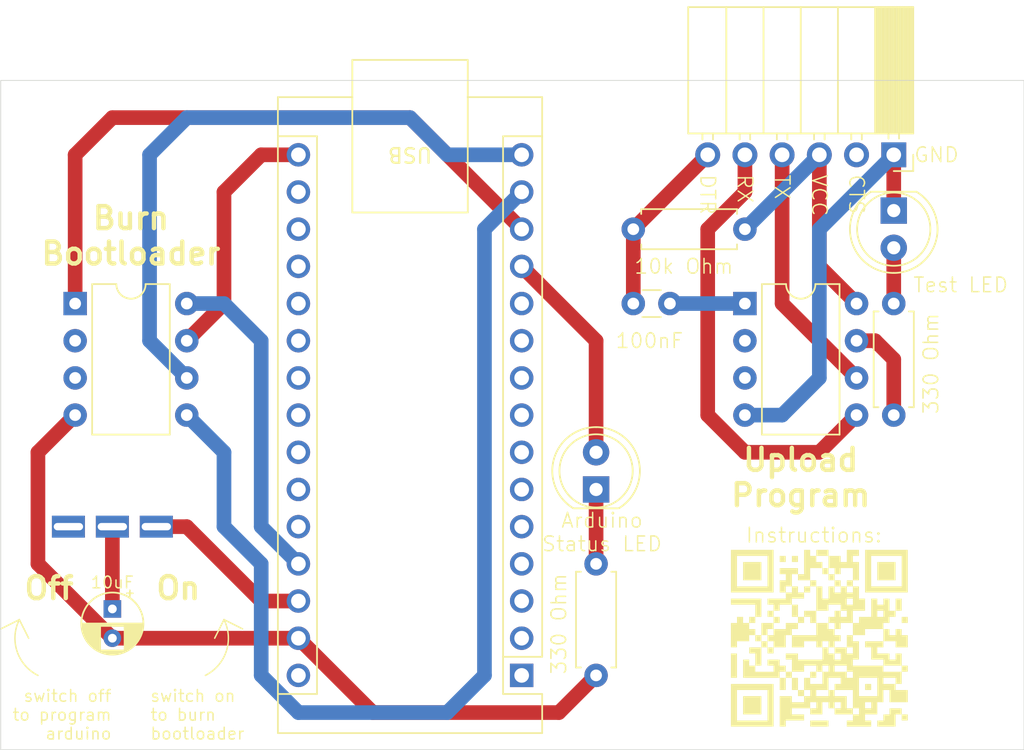
<source format=kicad_pcb>
(kicad_pcb (version 20240108) (generator "pcbnew") (generator_version "8.0")
  (layers (0 "F.Cu" signal) (31 "B.Cu" signal) (34 "B.Paste" user) (35 "F.Paste" user) (36 "B.SilkS" user "B.Silkscreen") (37 "F.SilkS" user "F.Silkscreen") (38 "B.Mask" user) (39 "F.Mask" user) (44 "Edge.Cuts" user))
  (net 0 "")
  (footprint "Package_DIP:DIP-8_W7.62mm" (layer "F.Cu") (at 121.92 93.98)
    (property "Reference" "REF**" (hide yes))
    (property "Value" "Bootloader" (hide yes))
    (pad "1" thru_hole rect (at 0 0) (size 1.6 1.6) (drill 0.8) (layers "*.Cu" "*.Mask"))
    (pad "2" thru_hole oval (at 0 2.54) (size 1.6 1.6) (drill 0.8) (layers "*.Cu" "*.Mask"))
    (pad "3" thru_hole oval (at 0 5.08) (size 1.6 1.6) (drill 0.8) (layers "*.Cu" "*.Mask"))
    (pad "4" thru_hole oval (at 0 7.62) (size 1.6 1.6) (drill 0.8) (layers "*.Cu" "*.Mask"))
    (pad "5" thru_hole oval (at 7.62 7.62) (size 1.6 1.6) (drill 0.8) (layers "*.Cu" "*.Mask"))
    (pad "6" thru_hole oval (at 7.62 5.08) (size 1.6 1.6) (drill 0.8) (layers "*.Cu" "*.Mask"))
    (pad "7" thru_hole oval (at 7.62 2.54) (size 1.6 1.6) (drill 0.8) (layers "*.Cu" "*.Mask"))
    (pad "8" thru_hole oval (at 7.62 0) (size 1.6 1.6) (drill 0.8) (layers "*.Cu" "*.Mask"))
  )
  (footprint "Capacitor_THT:CP_Radial_D4.0mm_P2.00mm" (layer "F.Cu") (at 124.46 114.84 -90)
    (property "Reference" "REF**" (hide yes))
    (property "Value" "CP_Radial_D4.0mm_P2.00mm" (hide yes))
    (pad "1" thru_hole rect (at 0 0 270) (size 1.2 1.2) (drill 0.6) (layers "*.Cu" "*.Mask"))
    (pad "2" thru_hole circle (at 2 0 270) (size 1.2 1.2) (drill 0.6) (layers "*.Cu" "*.Mask"))
  )
  (footprint "Package_DIP:DIP-8_W7.62mm" (layer "F.Cu") (at 167.64 93.98)
    (property "Reference" "REF**" (hide yes))
    (property "Value" "Uploading" (hide yes))
    (pad "1" thru_hole rect (at 0 0) (size 1.6 1.6) (drill 0.8) (layers "*.Cu" "*.Mask"))
    (pad "2" thru_hole oval (at 0 2.54) (size 1.6 1.6) (drill 0.8) (layers "*.Cu" "*.Mask"))
    (pad "3" thru_hole oval (at 0 5.08) (size 1.6 1.6) (drill 0.8) (layers "*.Cu" "*.Mask"))
    (pad "4" thru_hole oval (at 0 7.62) (size 1.6 1.6) (drill 0.8) (layers "*.Cu" "*.Mask"))
    (pad "5" thru_hole oval (at 7.62 7.62) (size 1.6 1.6) (drill 0.8) (layers "*.Cu" "*.Mask"))
    (pad "6" thru_hole oval (at 7.62 5.08) (size 1.6 1.6) (drill 0.8) (layers "*.Cu" "*.Mask"))
    (pad "7" thru_hole oval (at 7.62 2.54) (size 1.6 1.6) (drill 0.8) (layers "*.Cu" "*.Mask"))
    (pad "8" thru_hole oval (at 7.62 0) (size 1.6 1.6) (drill 0.8) (layers "*.Cu" "*.Mask"))
  )
  (footprint "Resistor_THT:R_Axial_DIN0207_L6.3mm_D2.5mm_P7.62mm_Horizontal" (layer "F.Cu") (at 157.48 119.38 90)
    (property "Reference" "REF**" (hide yes))
    (property "Value" "R_Axial_DIN0207_L6.3mm_D2.5mm_P7.62mm_Horizontal" (hide yes))
    (pad "1" thru_hole circle (at 0 0 90) (size 1.6 1.6) (drill 0.8) (layers "*.Cu" "*.Mask"))
    (pad "2" thru_hole oval (at 7.62 0 90) (size 1.6 1.6) (drill 0.8) (layers "*.Cu" "*.Mask"))
  )
  (footprint "LED_THT:LED_D5.0mm" (layer "F.Cu") (at 177.8 87.63 -90)
    (property "Reference" "REF**" (hide yes))
    (property "Value" "LED_D5.0mm" (hide yes))
    (pad "1" thru_hole rect (at 0 0 270) (size 1.8 1.8) (drill 0.9) (layers "*.Cu" "*.Mask"))
    (pad "2" thru_hole circle (at 2.54 0 270) (size 1.8 1.8) (drill 0.9) (layers "*.Cu" "*.Mask"))
  )
  (footprint "Resistor_THT:R_Axial_DIN0207_L6.3mm_D2.5mm_P7.62mm_Horizontal" (layer "F.Cu") (at 177.8 93.98 -90)
    (property "Reference" "REF**" (hide yes))
    (property "Value" "R_Axial_DIN0207_L6.3mm_D2.5mm_P7.62mm_Horizontal" (hide yes))
    (pad "1" thru_hole circle (at 0 0 270) (size 1.6 1.6) (drill 0.8) (layers "*.Cu" "*.Mask"))
    (pad "2" thru_hole oval (at 7.62 0 270) (size 1.6 1.6) (drill 0.8) (layers "*.Cu" "*.Mask"))
  )
  (footprint "Module:Arduino_Nano" (layer "F.Cu") (at 152.4 119.38 180)
    (property "Reference" "REF**" (hide yes))
    (property "Value" "Arduino_Nano" (hide yes))
    (fp_text user "USB" (at 7.62 35.56 180) (layer "F.SilkS"))
    (pad "1" thru_hole rect (at 0 0 180) (size 1.6 1.6) (drill 1) (layers "*.Cu" "*.Mask"))
    (pad "2" thru_hole oval (at 0 2.54 180) (size 1.6 1.6) (drill 1) (layers "*.Cu" "*.Mask"))
    (pad "3" thru_hole oval (at 0 5.08 180) (size 1.6 1.6) (drill 1) (layers "*.Cu" "*.Mask"))
    (pad "4" thru_hole oval (at 0 7.62 180) (size 1.6 1.6) (drill 1) (layers "*.Cu" "*.Mask"))
    (pad "5" thru_hole oval (at 0 10.16 180) (size 1.6 1.6) (drill 1) (layers "*.Cu" "*.Mask"))
    (pad "6" thru_hole oval (at 0 12.7 180) (size 1.6 1.6) (drill 1) (layers "*.Cu" "*.Mask"))
    (pad "7" thru_hole oval (at 0 15.24 180) (size 1.6 1.6) (drill 1) (layers "*.Cu" "*.Mask"))
    (pad "8" thru_hole oval (at 0 17.78 180) (size 1.6 1.6) (drill 1) (layers "*.Cu" "*.Mask"))
    (pad "9" thru_hole oval (at 0 20.32 180) (size 1.6 1.6) (drill 1) (layers "*.Cu" "*.Mask"))
    (pad "10" thru_hole oval (at 0 22.86 180) (size 1.6 1.6) (drill 1) (layers "*.Cu" "*.Mask"))
    (pad "11" thru_hole oval (at 0 25.4 180) (size 1.6 1.6) (drill 1) (layers "*.Cu" "*.Mask"))
    (pad "12" thru_hole oval (at 0 27.94 180) (size 1.6 1.6) (drill 1) (layers "*.Cu" "*.Mask"))
    (pad "13" thru_hole oval (at 0 30.48 180) (size 1.6 1.6) (drill 1) (layers "*.Cu" "*.Mask"))
    (pad "14" thru_hole oval (at 0 33.02 180) (size 1.6 1.6) (drill 1) (layers "*.Cu" "*.Mask"))
    (pad "15" thru_hole oval (at 0 35.56 180) (size 1.6 1.6) (drill 1) (layers "*.Cu" "*.Mask"))
    (pad "16" thru_hole oval (at 15.24 35.56 180) (size 1.6 1.6) (drill 1) (layers "*.Cu" "*.Mask"))
    (pad "17" thru_hole oval (at 15.24 33.02 180) (size 1.6 1.6) (drill 1) (layers "*.Cu" "*.Mask"))
    (pad "18" thru_hole oval (at 15.24 30.48 180) (size 1.6 1.6) (drill 1) (layers "*.Cu" "*.Mask"))
    (pad "19" thru_hole oval (at 15.24 27.94 180) (size 1.6 1.6) (drill 1) (layers "*.Cu" "*.Mask"))
    (pad "20" thru_hole oval (at 15.24 25.4 180) (size 1.6 1.6) (drill 1) (layers "*.Cu" "*.Mask"))
    (pad "21" thru_hole oval (at 15.24 22.86 180) (size 1.6 1.6) (drill 1) (layers "*.Cu" "*.Mask"))
    (pad "22" thru_hole oval (at 15.24 20.32 180) (size 1.6 1.6) (drill 1) (layers "*.Cu" "*.Mask"))
    (pad "23" thru_hole oval (at 15.24 17.78 180) (size 1.6 1.6) (drill 1) (layers "*.Cu" "*.Mask"))
    (pad "24" thru_hole oval (at 15.24 15.24 180) (size 1.6 1.6) (drill 1) (layers "*.Cu" "*.Mask"))
    (pad "25" thru_hole oval (at 15.24 12.7 180) (size 1.6 1.6) (drill 1) (layers "*.Cu" "*.Mask"))
    (pad "26" thru_hole oval (at 15.24 10.16 180) (size 1.6 1.6) (drill 1) (layers "*.Cu" "*.Mask"))
    (pad "27" thru_hole oval (at 15.24 7.62 180) (size 1.6 1.6) (drill 1) (layers "*.Cu" "*.Mask"))
    (pad "28" thru_hole oval (at 15.24 5.08 180) (size 1.6 1.6) (drill 1) (layers "*.Cu" "*.Mask"))
    (pad "29" thru_hole oval (at 15.24 2.54 180) (size 1.6 1.6) (drill 1) (layers "*.Cu" "*.Mask"))
    (pad "30" thru_hole oval (at 15.24 0 180) (size 1.6 1.6) (drill 1) (layers "*.Cu" "*.Mask"))
  )
  (footprint "moojor224:qr code" (layer "F.Cu") (at 172.72 116.84)
    (property "Reference" "G***" (hide yes))
    (property "Value" "LOGO" (hide yes))
  )
  (footprint "Connector_PinSocket_2.54mm:PinSocket_1x06_P2.54mm_Horizontal" (layer "F.Cu") (at 177.8 83.82 -90)
    (property "Reference" "REF**" (hide yes))
    (property "Value" "PinSocket_1x06_P2.54mm_Horizontal" (hide yes))
    (pad "1" thru_hole rect (at 0 0 270) (size 1.7 1.7) (drill 1) (layers "*.Cu" "*.Mask"))
    (pad "2" thru_hole oval (at 0 2.54 270) (size 1.7 1.7) (drill 1) (layers "*.Cu" "*.Mask"))
    (pad "3" thru_hole oval (at 0 5.08 270) (size 1.7 1.7) (drill 1) (layers "*.Cu" "*.Mask"))
    (pad "4" thru_hole oval (at 0 7.62 270) (size 1.7 1.7) (drill 1) (layers "*.Cu" "*.Mask"))
    (pad "5" thru_hole oval (at 0 10.16 270) (size 1.7 1.7) (drill 1) (layers "*.Cu" "*.Mask"))
    (pad "6" thru_hole oval (at 0 12.7 270) (size 1.7 1.7) (drill 1) (layers "*.Cu" "*.Mask"))
  )
  (footprint "moojor224:switch" (layer "F.Cu") (at 124.46 109.22)
    (property "Reference" "REF**" (hide yes))
    (property "Value" "switch" (hide yes))
    (pad "1" thru_hole rect (at -3 0) (size 2.25 1.5) (drill oval 2 0.5) (layers "*.Cu" "*.Mask"))
    (pad "2" thru_hole rect (at 0 0) (size 2.25 1.5) (drill oval 2 0.5) (layers "*.Cu" "*.Mask"))
    (pad "3" thru_hole rect (at 3 0) (size 2.25 1.5) (drill oval 2 0.5) (layers "*.Cu" "*.Mask"))
  )
  (footprint "Resistor_THT:R_Axial_DIN0207_L6.3mm_D2.5mm_P7.62mm_Horizontal" (layer "F.Cu") (at 167.64 88.9 180)
    (property "Reference" "REF**" (hide yes))
    (property "Value" "R_Axial_DIN0207_L6.3mm_D2.5mm_P7.62mm_Horizontal" (hide yes))
    (pad "1" thru_hole circle (at 0 0 180) (size 1.6 1.6) (drill 0.8) (layers "*.Cu" "*.Mask"))
    (pad "2" thru_hole oval (at 7.62 0 180) (size 1.6 1.6) (drill 0.8) (layers "*.Cu" "*.Mask"))
  )
  (footprint "LED_THT:LED_D5.0mm" (layer "F.Cu") (at 157.48 106.68 90)
    (property "Reference" "REF**" (hide yes))
    (property "Value" "LED_D5.0mm" (hide yes))
    (pad "1" thru_hole rect (at 0 0 90) (size 1.8 1.8) (drill 0.9) (layers "*.Cu" "*.Mask"))
    (pad "2" thru_hole circle (at 2.54 0 90) (size 1.8 1.8) (drill 0.9) (layers "*.Cu" "*.Mask"))
  )
  (footprint "Capacitor_THT:C_Disc_D3.0mm_W1.6mm_P2.50mm" (layer "F.Cu") (at 160.02 93.98)
    (property "Reference" "REF**" (hide yes))
    (property "Value" "C_Disc_D3.0mm_W1.6mm_P2.50mm" (hide yes))
    (pad "1" thru_hole circle (at 0 0) (size 1.6 1.6) (drill 0.8) (layers "*.Cu" "*.Mask"))
    (pad "2" thru_hole circle (at 2.5 0) (size 1.6 1.6) (drill 0.8) (layers "*.Cu" "*.Mask"))
  )
  (gr_line (start 118.11 115.57) (end 118.745 116.84) (stroke (width 0.1)) (layer "F.SilkS"))
  (gr_line (start 118.11 115.57) (end 116.84 116.205) (stroke (width 0.1)) (layer "F.SilkS"))
  (gr_arc (start 132.08 115.57) (mid 132.234077 117.738026) (end 130.81 119.38) (stroke (width 0.1)) (layer "F.SilkS"))
  (gr_line (start 132.08 115.57) (end 131.445 116.84) (stroke (width 0.1)) (layer "F.SilkS"))
  (gr_line (start 132.08 115.57) (end 133.35 116.205) (stroke (width 0.1)) (layer "F.SilkS"))
  (gr_arc (start 119.38 119.38) (mid 117.955923 117.738026) (end 118.11 115.57) (stroke (width 0.1)) (layer "F.SilkS"))
  (gr_rect (start 116.84 78.74) (end 186.69 124.46) (stroke (width 0.05)) (fill none) (layer "Edge.Cuts"))
  (gr_text "Arduino\nStatus LED" (at 157.886909 109.594379 0) (layer "F.SilkS") (effects (font (size 1 1) (thickness 0.1))))
  (gr_text "TX" (at 170.18 85.09 270) (layer "F.SilkS") (effects (font (size 1 1) (thickness 0.1)) (justify left)))
  (gr_text "RX" (at 167.64 85.09 270) (layer "F.SilkS") (effects (font (size 1 1) (thickness 0.1)) (justify left)))
  (gr_text "330 Ohm" (at 154.94 119.38 90) (layer "F.SilkS") (effects (font (size 1 1) (thickness 0.1)) (justify left)))
  (gr_text "10uF" (at 124.46 113.03 0) (layer "F.SilkS") (effects (font (size 0.8 0.8) (thickness 0.1))))
  (gr_text "Instructions:" (at 167.64 109.22 0) (layer "F.SilkS") (effects (font (size 1 1) (thickness 0.1)) (justify left top)))
  (gr_text "Burn\nBootloader" (at 125.73 91.44 0) (layer "F.SilkS") (effects (font (size 1.5 1.5) (thickness 0.3) (bold yes)) (justify bottom)))
  (gr_text "10k Ohm" (at 160.02 91.44 0) (layer "F.SilkS") (effects (font (size 1 1) (thickness 0.1)) (justify left)))
  (gr_text "Test LED" (at 179.07 92.71 0) (layer "F.SilkS") (effects (font (size 1 1) (thickness 0.1)) (justify left)))
  (gr_text "100nF" (at 158.75 96.52 0) (layer "F.SilkS") (effects (font (size 1 1) (thickness 0.1)) (justify left)))
  (gr_text "switch on\nto burn\nbootloader" (at 127 123.825 0) (layer "F.SilkS") (effects (font (size 0.8 0.8) (thickness 0.1)) (justify left bottom)))
  (gr_text "DTR" (at 165.1 85.09 270) (layer "F.SilkS") (effects (font (size 1 1) (thickness 0.1)) (justify left)))
  (gr_text "330 Ohm" (at 180.34 101.6 90) (layer "F.SilkS") (effects (font (size 1 1) (thickness 0.1)) (justify left)))
  (gr_text "GND" (at 179.13 83.82 0) (layer "F.SilkS") (effects (font (size 1 1) (thickness 0.1)) (justify left)))
  (gr_text "Upload\nProgram" (at 171.45 107.95 0) (layer "F.SilkS") (effects (font (size 1.5 1.5) (thickness 0.3) (bold yes)) (justify bottom)))
  (gr_text "VCC" (at 172.72 85.09 270) (layer "F.SilkS") (effects (font (size 1 1) (thickness 0.1)) (justify left)))
  (gr_text "CTS" (at 175.26 85.09 270) (layer "F.SilkS") (effects (font (size 1 1) (thickness 0.1)) (justify left)))
  (gr_text "Off     On" (at 124.46 114.3 0) (layer "F.SilkS") (effects (font (size 1.5 1.5) (thickness 0.3) (bold yes)) (justify bottom)))
  (gr_text "switch off\nto program\narduino" (at 124.46 123.825 0) (layer "F.SilkS") (effects (font (size 0.8 0.8) (thickness 0.1)) (justify right bottom)))
  (segment (start 175.26 93.98) (end 172.72 91.44) (width 1) (layer "F.Cu") (net 0))
  (segment (start 154.94 121.92) (end 142.24 121.92) (width 1) (layer "F.Cu") (net 0))
  (segment (start 160.02 88.9) (end 165.1 83.82) (width 1) (layer "F.Cu") (net 0))
  (segment (start 172.72 104.14) (end 167.64 104.14) (width 1) (layer "F.Cu") (net 0))
  (segment (start 177.8 101.6) (end 177.8 97.79) (width 1) (layer "F.Cu") (net 0))
  (segment (start 157.48 111.76) (end 157.48 106.68) (width 1) (layer "F.Cu") (net 0))
  (segment (start 137.16 114.3) (end 134.62 114.3) (width 1) (layer "F.Cu") (net 0))
  (segment (start 119.38 104.14) (end 121.92 101.6) (width 1) (layer "F.Cu") (net 0))
  (segment (start 134.62 83.82) (end 137.16 83.82) (width 1) (layer "F.Cu") (net 0))
  (segment (start 160.02 88.9) (end 160.02 93.98) (width 1) (layer "F.Cu") (net 0))
  (segment (start 167.64 104.14) (end 165.1 101.6) (width 1) (layer "F.Cu") (net 0))
  (segment (start 132.08 93.98) (end 132.08 86.36) (width 1) (layer "F.Cu") (net 0))
  (segment (start 165.1 101.6) (end 165.1 88.9) (width 1) (layer "F.Cu") (net 0))
  (segment (start 124.46 109.22) (end 124.46 114.84) (width 1) (layer "F.Cu") (net 0))
  (segment (start 144.78 81.28) (end 124.46 81.28) (width 1) (layer "F.Cu") (net 0))
  (segment (start 176.53 96.52) (end 175.26 96.52) (width 1) (layer "F.Cu") (net 0))
  (segment (start 177.8 83.82) (end 177.8 87.63) (width 1) (layer "F.Cu") (net 0))
  (segment (start 121.92 83.82) (end 121.92 93.98) (width 1) (layer "F.Cu") (net 0))
  (segment (start 170.18 93.98) (end 170.18 83.82) (width 1) (layer "F.Cu") (net 0))
  (segment (start 177.8 93.98) (end 177.8 90.17) (width 1) (layer "F.Cu") (net 0))
  (segment (start 157.48 119.38) (end 154.94 121.92) (width 1) (layer "F.Cu") (net 0))
  (segment (start 175.26 99.06) (end 170.18 93.98) (width 1) (layer "F.Cu") (net 0))
  (segment (start 129.54 109.22) (end 127.46 109.22) (width 1) (layer "F.Cu") (net 0))
  (segment (start 137.16 116.84) (end 124.46 116.84) (width 1) (layer "F.Cu") (net 0))
  (segment (start 152.4 91.44) (end 157.48 96.52) (width 1) (layer "F.Cu") (net 0))
  (segment (start 142.24 121.92) (end 137.16 116.84) (width 1) (layer "F.Cu") (net 0))
  (segment (start 134.62 114.3) (end 129.54 109.22) (width 1) (layer "F.Cu") (net 0))
  (segment (start 124.46 116.84) (end 119.38 111.76) (width 1) (layer "F.Cu") (net 0))
  (segment (start 165.1 88.9) (end 167.64 86.36) (width 1) (layer "F.Cu") (net 0))
  (segment (start 132.08 86.36) (end 134.62 83.82) (width 1) (layer "F.Cu") (net 0))
  (segment (start 129.54 96.52) (end 132.08 93.98) (width 1) (layer "F.Cu") (net 0))
  (segment (start 152.4 88.9) (end 144.78 81.28) (width 1) (layer "F.Cu") (net 0))
  (segment (start 172.72 91.44) (end 172.72 83.82) (width 1) (layer "F.Cu") (net 0))
  (segment (start 177.8 97.79) (end 176.53 96.52) (width 1) (layer "F.Cu") (net 0))
  (segment (start 119.38 111.76) (end 119.38 104.14) (width 1) (layer "F.Cu") (net 0))
  (segment (start 124.46 81.28) (end 121.92 83.82) (width 1) (layer "F.Cu") (net 0))
  (segment (start 167.64 86.36) (end 167.64 83.82) (width 1) (layer "F.Cu") (net 0))
  (segment (start 157.48 96.52) (end 157.48 104.14) (width 1) (layer "F.Cu") (net 0))
  (segment (start 175.26 101.6) (end 172.72 104.14) (width 1) (layer "F.Cu") (net 0))
  (segment (start 144.78 81.28) (end 129.54 81.28) (width 1) (layer "B.Cu") (net 0))
  (segment (start 132.08 109.22) (end 132.08 104.14) (width 1) (layer "B.Cu") (net 0))
  (segment (start 172.72 99.06) (end 170.18 101.6) (width 1) (layer "B.Cu") (net 0))
  (segment (start 147.32 83.82) (end 144.78 81.28) (width 1) (layer "B.Cu") (net 0))
  (segment (start 172.72 88.9) (end 172.72 99.06) (width 1) (layer "B.Cu") (net 0))
  (segment (start 134.62 109.22) (end 134.62 96.52) (width 1) (layer "B.Cu") (net 0))
  (segment (start 170.18 101.6) (end 167.64 101.6) (width 1) (layer "B.Cu") (net 0))
  (segment (start 132.08 104.14) (end 129.54 101.6) (width 1) (layer "B.Cu") (net 0))
  (segment (start 134.62 111.76) (end 132.08 109.22) (width 1) (layer "B.Cu") (net 0))
  (segment (start 134.62 96.52) (end 132.08 93.98) (width 1) (layer "B.Cu") (net 0))
  (segment (start 147.32 121.92) (end 137.16 121.92) (width 1) (layer "B.Cu") (net 0))
  (segment (start 134.62 119.38) (end 134.62 111.76) (width 1) (layer "B.Cu") (net 0))
  (segment (start 167.64 88.9) (end 172.72 83.82) (width 1) (layer "B.Cu") (net 0))
  (segment (start 149.86 119.38) (end 147.32 121.92) (width 1) (layer "B.Cu") (net 0))
  (segment (start 129.54 81.28) (end 127 83.82) (width 1) (layer "B.Cu") (net 0))
  (segment (start 152.4 86.36) (end 149.86 88.9) (width 1) (layer "B.Cu") (net 0))
  (segment (start 177.8 83.82) (end 172.72 88.9) (width 1) (layer "B.Cu") (net 0))
  (segment (start 137.16 111.76) (end 134.62 109.22) (width 1) (layer "B.Cu") (net 0))
  (segment (start 132.08 93.98) (end 129.54 93.98) (width 1) (layer "B.Cu") (net 0))
  (segment (start 127 96.52) (end 129.54 99.06) (width 1) (layer "B.Cu") (net 0))
  (segment (start 127 83.82) (end 127 96.52) (width 1) (layer "B.Cu") (net 0))
  (segment (start 149.86 88.9) (end 149.86 119.38) (width 1) (layer "B.Cu") (net 0))
  (segment (start 152.4 83.82) (end 147.32 83.82) (width 1) (layer "B.Cu") (net 0))
  (segment (start 167.64 93.98) (end 162.52 93.98) (width 1) (layer "B.Cu") (net 0))
  (segment (start 137.16 121.92) (end 134.62 119.38) (width 1) (layer "B.Cu") (net 0))
)
</source>
